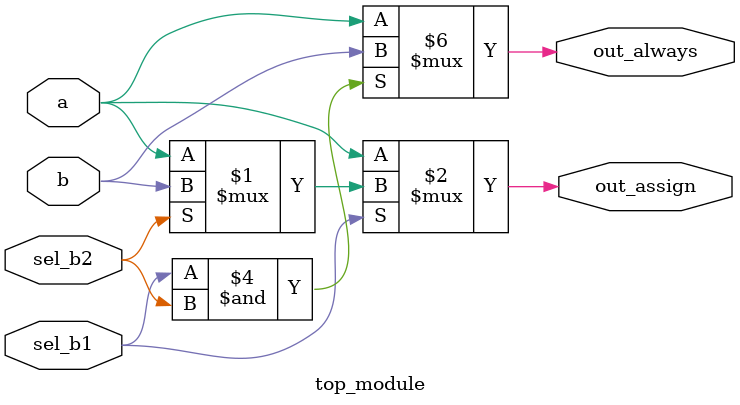
<source format=v>
module top_module(
    input a,
    input b,
    input sel_b1,
    input sel_b2,
    output wire out_assign,
    output reg out_always   ); 

    assign out_assign = sel_b1 ? (sel_b2 ? b : a) : a;
    
    always @(*) begin
        if(sel_b1 & sel_b2) out_always = b;
        else out_always = a;     
    end
    
endmodule

</source>
